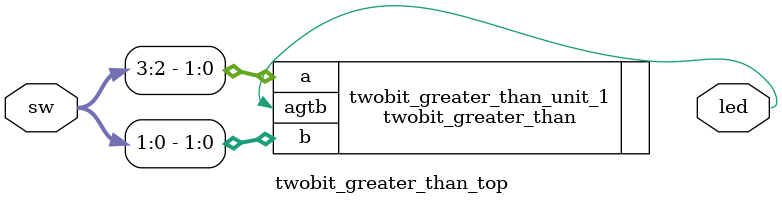
<source format=sv>
module twobit_greater_than_top 
    (
        input logic[3:0] sw,
        output logic led  
    );

    twobit_greater_than twobit_greater_than_unit_1 
        (.a(sw[3:2]),.b(sw[1:0]),.agtb(led));

endmodule
</source>
